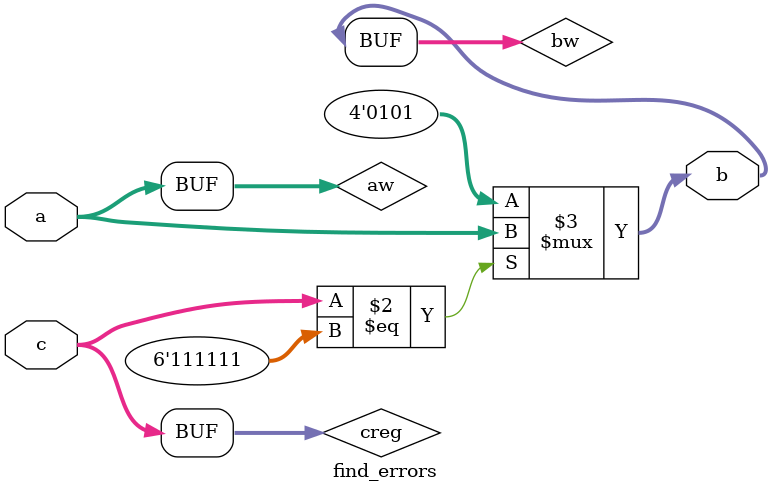
<source format=v>
/*//////////////////////////////////////////////////////////////////////////////
//                                                                            //
//               Application Assignment Problem 2 Module 3 Course 2           //
//                                                                            //
////////////////////////////////////////////////////////////////////////////////
//
// [Replace [items in brackets] with your content]
// @file AAC2M1P2.vhd
// @brief Application Assignment 2-007 Example code with errors to be found
// @version: 1.0 
// Date of current revision:  @date 2019-06-20  
// Target FPGA: [Intel Altera MAX10] 
// Tools used: [Quartus Prime 16.1 or Sigasi] for editing and/or synthesis 
//             [Modeltech ModelSIM 10.4a Student Edition] for simulation 
//             [Quartus Prime 16.1]  for place and route if applied
//             
//  Functional Description:  This file contains the Verilog which describes the 
//               FPGA implementation of a fixed/variable 4-bit mux. The inputs 
//               are a, a 4-bit vector, a fixed 4-bit vector, and c, a 6-bit
//               selector, with b, a 4-bit vector as the output.  

//  Hierarchy:  There is only one level in this simple design.
//  
//  Designed by:  @author [your name] 
//                [Organization]
//                [email] 
// 
//      Copyright (c) 2019 by Tim Scherr
//
// Redistribution, modification or use of this software in source or binary
// forms is permitted as long as the files maintain this copyright. Users are
// permitted to modify this and use it to learn about the field of HDl code.
// Tim Scherr and the University of Colorado are not liable for any misuse
// of this material.
//////////////////////////////////////////////////////////////////////////////
// 
*/
module find_errors(                           // line 1
  input  [0:3]a,                             // line 2,  
  output [3:0]b,                             // line 3
  input [5:0]c);                             // line 4
                                             // line 5
  wire [0:3]aw;                              // line 6
  wire [3:0]bw;                              // line 7
  reg [5:0]creg;                             // line 8 
  /**/
  assign aw = a;                             // line 10
  assign b = bw;                             // line 11
  always @* creg <= c;                       // line 12
  assign bw = (creg == 6'h3F) ? aw : 4'b0101;
/*always                                       // line 13 
  begin                                      // line 14
    if (creg = 4'h F)                        // line 15 
       bw <= aw;                             // line 16  
    else                                     // line 17
     bw <= '0101';                           // line 18   
    end;                                     // line 19
  end process;                               // line 20  
*/
endmodule                                          // line 21   

    
</source>
